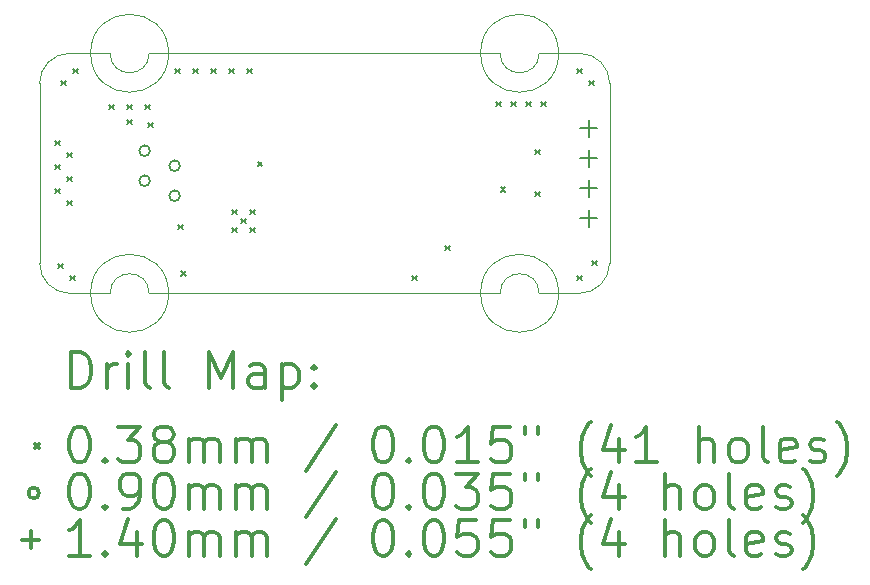
<source format=gbr>
%FSLAX45Y45*%
G04 Gerber Fmt 4.5, Leading zero omitted, Abs format (unit mm)*
G04 Created by KiCad (PCBNEW 4.0.2+dfsg1-stable) date Tue 12 Jul 2016 10:09:25 PM EDT*
%MOMM*%
G01*
G04 APERTURE LIST*
%ADD10C,0.127000*%
%ADD11C,0.100000*%
%ADD12C,0.200000*%
%ADD13C,0.300000*%
G04 APERTURE END LIST*
D10*
D11*
X11772900Y-10668000D02*
X11430000Y-10668000D01*
X15074900Y-10668000D02*
X12103100Y-10668000D01*
X15748000Y-10668000D02*
X15405100Y-10668000D01*
X15405100Y-12700000D02*
X15748000Y-12700000D01*
X12103100Y-12700000D02*
X15074900Y-12700000D01*
X11430000Y-12700000D02*
X11772900Y-12700000D01*
X12268200Y-12700000D02*
G75*
G03X12268200Y-12700000I-330200J0D01*
G01*
X15570200Y-12700000D02*
G75*
G03X15570200Y-12700000I-330200J0D01*
G01*
X15570200Y-10668000D02*
G75*
G03X15570200Y-10668000I-330200J0D01*
G01*
X12268200Y-10668000D02*
G75*
G03X12268200Y-10668000I-330200J0D01*
G01*
X15405100Y-12700000D02*
G75*
G03X15074900Y-12700000I-165100J0D01*
G01*
X12103100Y-12700000D02*
G75*
G03X11772900Y-12700000I-165100J0D01*
G01*
X11772900Y-10668000D02*
G75*
G03X12103100Y-10668000I165100J0D01*
G01*
X15074900Y-10668000D02*
G75*
G03X15405100Y-10668000I165100J0D01*
G01*
X15748000Y-12700000D02*
G75*
G03X16002000Y-12446000I0J254000D01*
G01*
X16002000Y-10922000D02*
G75*
G03X15748000Y-10668000I-254000J0D01*
G01*
X16002000Y-10922000D02*
X16002000Y-12446000D01*
X11176000Y-12446000D02*
G75*
G03X11430000Y-12700000I254000J0D01*
G01*
X11430000Y-10668000D02*
G75*
G03X11176000Y-10922000I0J-254000D01*
G01*
X11176000Y-10922000D02*
X11176000Y-12446000D01*
D12*
X11309350Y-11410950D02*
X11347450Y-11449050D01*
X11347450Y-11410950D02*
X11309350Y-11449050D01*
X11309350Y-11614150D02*
X11347450Y-11652250D01*
X11347450Y-11614150D02*
X11309350Y-11652250D01*
X11309350Y-11817350D02*
X11347450Y-11855450D01*
X11347450Y-11817350D02*
X11309350Y-11855450D01*
X11334750Y-12452350D02*
X11372850Y-12490450D01*
X11372850Y-12452350D02*
X11334750Y-12490450D01*
X11360150Y-10902950D02*
X11398250Y-10941050D01*
X11398250Y-10902950D02*
X11360150Y-10941050D01*
X11410950Y-11512550D02*
X11449050Y-11550650D01*
X11449050Y-11512550D02*
X11410950Y-11550650D01*
X11410950Y-11715750D02*
X11449050Y-11753850D01*
X11449050Y-11715750D02*
X11410950Y-11753850D01*
X11410950Y-11918950D02*
X11449050Y-11957050D01*
X11449050Y-11918950D02*
X11410950Y-11957050D01*
X11436350Y-12553950D02*
X11474450Y-12592050D01*
X11474450Y-12553950D02*
X11436350Y-12592050D01*
X11461750Y-10801350D02*
X11499850Y-10839450D01*
X11499850Y-10801350D02*
X11461750Y-10839450D01*
X11766550Y-11106150D02*
X11804650Y-11144250D01*
X11804650Y-11106150D02*
X11766550Y-11144250D01*
X11918950Y-11106150D02*
X11957050Y-11144250D01*
X11957050Y-11106150D02*
X11918950Y-11144250D01*
X11918950Y-11233150D02*
X11957050Y-11271250D01*
X11957050Y-11233150D02*
X11918950Y-11271250D01*
X12071350Y-11106150D02*
X12109450Y-11144250D01*
X12109450Y-11106150D02*
X12071350Y-11144250D01*
X12096750Y-11258550D02*
X12134850Y-11296650D01*
X12134850Y-11258550D02*
X12096750Y-11296650D01*
X12325350Y-10801350D02*
X12363450Y-10839450D01*
X12363450Y-10801350D02*
X12325350Y-10839450D01*
X12350750Y-12122150D02*
X12388850Y-12160250D01*
X12388850Y-12122150D02*
X12350750Y-12160250D01*
X12376150Y-12515850D02*
X12414250Y-12553950D01*
X12414250Y-12515850D02*
X12376150Y-12553950D01*
X12477750Y-10801350D02*
X12515850Y-10839450D01*
X12515850Y-10801350D02*
X12477750Y-10839450D01*
X12630150Y-10801350D02*
X12668250Y-10839450D01*
X12668250Y-10801350D02*
X12630150Y-10839450D01*
X12782550Y-10801350D02*
X12820650Y-10839450D01*
X12820650Y-10801350D02*
X12782550Y-10839450D01*
X12807950Y-11995150D02*
X12846050Y-12033250D01*
X12846050Y-11995150D02*
X12807950Y-12033250D01*
X12807950Y-12147550D02*
X12846050Y-12185650D01*
X12846050Y-12147550D02*
X12807950Y-12185650D01*
X12884150Y-12071350D02*
X12922250Y-12109450D01*
X12922250Y-12071350D02*
X12884150Y-12109450D01*
X12934950Y-10801350D02*
X12973050Y-10839450D01*
X12973050Y-10801350D02*
X12934950Y-10839450D01*
X12960350Y-11995150D02*
X12998450Y-12033250D01*
X12998450Y-11995150D02*
X12960350Y-12033250D01*
X12960350Y-12147550D02*
X12998450Y-12185650D01*
X12998450Y-12147550D02*
X12960350Y-12185650D01*
X13023850Y-11588750D02*
X13061950Y-11626850D01*
X13061950Y-11588750D02*
X13023850Y-11626850D01*
X14331950Y-12553950D02*
X14370050Y-12592050D01*
X14370050Y-12553950D02*
X14331950Y-12592050D01*
X14611350Y-12299950D02*
X14649450Y-12338050D01*
X14649450Y-12299950D02*
X14611350Y-12338050D01*
X15043150Y-11080750D02*
X15081250Y-11118850D01*
X15081250Y-11080750D02*
X15043150Y-11118850D01*
X15081250Y-11804650D02*
X15119350Y-11842750D01*
X15119350Y-11804650D02*
X15081250Y-11842750D01*
X15170150Y-11080750D02*
X15208250Y-11118850D01*
X15208250Y-11080750D02*
X15170150Y-11118850D01*
X15297150Y-11080750D02*
X15335250Y-11118850D01*
X15335250Y-11080750D02*
X15297150Y-11118850D01*
X15373350Y-11487150D02*
X15411450Y-11525250D01*
X15411450Y-11487150D02*
X15373350Y-11525250D01*
X15373350Y-11842750D02*
X15411450Y-11880850D01*
X15411450Y-11842750D02*
X15373350Y-11880850D01*
X15424150Y-11080750D02*
X15462250Y-11118850D01*
X15462250Y-11080750D02*
X15424150Y-11118850D01*
X15728950Y-10801350D02*
X15767050Y-10839450D01*
X15767050Y-10801350D02*
X15728950Y-10839450D01*
X15728950Y-12553950D02*
X15767050Y-12592050D01*
X15767050Y-12553950D02*
X15728950Y-12592050D01*
X15830550Y-10902950D02*
X15868650Y-10941050D01*
X15868650Y-10902950D02*
X15830550Y-10941050D01*
X15855950Y-12426950D02*
X15894050Y-12465050D01*
X15894050Y-12426950D02*
X15855950Y-12465050D01*
X12110000Y-11493500D02*
G75*
G03X12110000Y-11493500I-45000J0D01*
G01*
X12110000Y-11747500D02*
G75*
G03X12110000Y-11747500I-45000J0D01*
G01*
X12364000Y-11620500D02*
G75*
G03X12364000Y-11620500I-45000J0D01*
G01*
X12364000Y-11874500D02*
G75*
G03X12364000Y-11874500I-45000J0D01*
G01*
X15824200Y-11233000D02*
X15824200Y-11373000D01*
X15754200Y-11303000D02*
X15894200Y-11303000D01*
X15824200Y-11487000D02*
X15824200Y-11627000D01*
X15754200Y-11557000D02*
X15894200Y-11557000D01*
X15824200Y-11741000D02*
X15824200Y-11881000D01*
X15754200Y-11811000D02*
X15894200Y-11811000D01*
X15824200Y-11995000D02*
X15824200Y-12135000D01*
X15754200Y-12065000D02*
X15894200Y-12065000D01*
D13*
X11442428Y-13500914D02*
X11442428Y-13200914D01*
X11513857Y-13200914D01*
X11556714Y-13215200D01*
X11585286Y-13243771D01*
X11599571Y-13272343D01*
X11613857Y-13329486D01*
X11613857Y-13372343D01*
X11599571Y-13429486D01*
X11585286Y-13458057D01*
X11556714Y-13486629D01*
X11513857Y-13500914D01*
X11442428Y-13500914D01*
X11742428Y-13500914D02*
X11742428Y-13300914D01*
X11742428Y-13358057D02*
X11756714Y-13329486D01*
X11771000Y-13315200D01*
X11799571Y-13300914D01*
X11828143Y-13300914D01*
X11928143Y-13500914D02*
X11928143Y-13300914D01*
X11928143Y-13200914D02*
X11913857Y-13215200D01*
X11928143Y-13229486D01*
X11942428Y-13215200D01*
X11928143Y-13200914D01*
X11928143Y-13229486D01*
X12113857Y-13500914D02*
X12085286Y-13486629D01*
X12071000Y-13458057D01*
X12071000Y-13200914D01*
X12271000Y-13500914D02*
X12242428Y-13486629D01*
X12228143Y-13458057D01*
X12228143Y-13200914D01*
X12613857Y-13500914D02*
X12613857Y-13200914D01*
X12713857Y-13415200D01*
X12813857Y-13200914D01*
X12813857Y-13500914D01*
X13085286Y-13500914D02*
X13085286Y-13343771D01*
X13071000Y-13315200D01*
X13042428Y-13300914D01*
X12985286Y-13300914D01*
X12956714Y-13315200D01*
X13085286Y-13486629D02*
X13056714Y-13500914D01*
X12985286Y-13500914D01*
X12956714Y-13486629D01*
X12942428Y-13458057D01*
X12942428Y-13429486D01*
X12956714Y-13400914D01*
X12985286Y-13386629D01*
X13056714Y-13386629D01*
X13085286Y-13372343D01*
X13228143Y-13300914D02*
X13228143Y-13600914D01*
X13228143Y-13315200D02*
X13256714Y-13300914D01*
X13313857Y-13300914D01*
X13342428Y-13315200D01*
X13356714Y-13329486D01*
X13371000Y-13358057D01*
X13371000Y-13443771D01*
X13356714Y-13472343D01*
X13342428Y-13486629D01*
X13313857Y-13500914D01*
X13256714Y-13500914D01*
X13228143Y-13486629D01*
X13499571Y-13472343D02*
X13513857Y-13486629D01*
X13499571Y-13500914D01*
X13485286Y-13486629D01*
X13499571Y-13472343D01*
X13499571Y-13500914D01*
X13499571Y-13315200D02*
X13513857Y-13329486D01*
X13499571Y-13343771D01*
X13485286Y-13329486D01*
X13499571Y-13315200D01*
X13499571Y-13343771D01*
X11132900Y-13976150D02*
X11171000Y-14014250D01*
X11171000Y-13976150D02*
X11132900Y-14014250D01*
X11499571Y-13830914D02*
X11528143Y-13830914D01*
X11556714Y-13845200D01*
X11571000Y-13859486D01*
X11585286Y-13888057D01*
X11599571Y-13945200D01*
X11599571Y-14016629D01*
X11585286Y-14073771D01*
X11571000Y-14102343D01*
X11556714Y-14116629D01*
X11528143Y-14130914D01*
X11499571Y-14130914D01*
X11471000Y-14116629D01*
X11456714Y-14102343D01*
X11442428Y-14073771D01*
X11428143Y-14016629D01*
X11428143Y-13945200D01*
X11442428Y-13888057D01*
X11456714Y-13859486D01*
X11471000Y-13845200D01*
X11499571Y-13830914D01*
X11728143Y-14102343D02*
X11742428Y-14116629D01*
X11728143Y-14130914D01*
X11713857Y-14116629D01*
X11728143Y-14102343D01*
X11728143Y-14130914D01*
X11842428Y-13830914D02*
X12028143Y-13830914D01*
X11928143Y-13945200D01*
X11971000Y-13945200D01*
X11999571Y-13959486D01*
X12013857Y-13973771D01*
X12028143Y-14002343D01*
X12028143Y-14073771D01*
X12013857Y-14102343D01*
X11999571Y-14116629D01*
X11971000Y-14130914D01*
X11885286Y-14130914D01*
X11856714Y-14116629D01*
X11842428Y-14102343D01*
X12199571Y-13959486D02*
X12171000Y-13945200D01*
X12156714Y-13930914D01*
X12142428Y-13902343D01*
X12142428Y-13888057D01*
X12156714Y-13859486D01*
X12171000Y-13845200D01*
X12199571Y-13830914D01*
X12256714Y-13830914D01*
X12285286Y-13845200D01*
X12299571Y-13859486D01*
X12313857Y-13888057D01*
X12313857Y-13902343D01*
X12299571Y-13930914D01*
X12285286Y-13945200D01*
X12256714Y-13959486D01*
X12199571Y-13959486D01*
X12171000Y-13973771D01*
X12156714Y-13988057D01*
X12142428Y-14016629D01*
X12142428Y-14073771D01*
X12156714Y-14102343D01*
X12171000Y-14116629D01*
X12199571Y-14130914D01*
X12256714Y-14130914D01*
X12285286Y-14116629D01*
X12299571Y-14102343D01*
X12313857Y-14073771D01*
X12313857Y-14016629D01*
X12299571Y-13988057D01*
X12285286Y-13973771D01*
X12256714Y-13959486D01*
X12442428Y-14130914D02*
X12442428Y-13930914D01*
X12442428Y-13959486D02*
X12456714Y-13945200D01*
X12485286Y-13930914D01*
X12528143Y-13930914D01*
X12556714Y-13945200D01*
X12571000Y-13973771D01*
X12571000Y-14130914D01*
X12571000Y-13973771D02*
X12585286Y-13945200D01*
X12613857Y-13930914D01*
X12656714Y-13930914D01*
X12685286Y-13945200D01*
X12699571Y-13973771D01*
X12699571Y-14130914D01*
X12842428Y-14130914D02*
X12842428Y-13930914D01*
X12842428Y-13959486D02*
X12856714Y-13945200D01*
X12885286Y-13930914D01*
X12928143Y-13930914D01*
X12956714Y-13945200D01*
X12971000Y-13973771D01*
X12971000Y-14130914D01*
X12971000Y-13973771D02*
X12985286Y-13945200D01*
X13013857Y-13930914D01*
X13056714Y-13930914D01*
X13085286Y-13945200D01*
X13099571Y-13973771D01*
X13099571Y-14130914D01*
X13685286Y-13816629D02*
X13428143Y-14202343D01*
X14071000Y-13830914D02*
X14099571Y-13830914D01*
X14128143Y-13845200D01*
X14142428Y-13859486D01*
X14156714Y-13888057D01*
X14171000Y-13945200D01*
X14171000Y-14016629D01*
X14156714Y-14073771D01*
X14142428Y-14102343D01*
X14128143Y-14116629D01*
X14099571Y-14130914D01*
X14071000Y-14130914D01*
X14042428Y-14116629D01*
X14028143Y-14102343D01*
X14013857Y-14073771D01*
X13999571Y-14016629D01*
X13999571Y-13945200D01*
X14013857Y-13888057D01*
X14028143Y-13859486D01*
X14042428Y-13845200D01*
X14071000Y-13830914D01*
X14299571Y-14102343D02*
X14313857Y-14116629D01*
X14299571Y-14130914D01*
X14285286Y-14116629D01*
X14299571Y-14102343D01*
X14299571Y-14130914D01*
X14499571Y-13830914D02*
X14528143Y-13830914D01*
X14556714Y-13845200D01*
X14571000Y-13859486D01*
X14585285Y-13888057D01*
X14599571Y-13945200D01*
X14599571Y-14016629D01*
X14585285Y-14073771D01*
X14571000Y-14102343D01*
X14556714Y-14116629D01*
X14528143Y-14130914D01*
X14499571Y-14130914D01*
X14471000Y-14116629D01*
X14456714Y-14102343D01*
X14442428Y-14073771D01*
X14428143Y-14016629D01*
X14428143Y-13945200D01*
X14442428Y-13888057D01*
X14456714Y-13859486D01*
X14471000Y-13845200D01*
X14499571Y-13830914D01*
X14885285Y-14130914D02*
X14713857Y-14130914D01*
X14799571Y-14130914D02*
X14799571Y-13830914D01*
X14771000Y-13873771D01*
X14742428Y-13902343D01*
X14713857Y-13916629D01*
X15156714Y-13830914D02*
X15013857Y-13830914D01*
X14999571Y-13973771D01*
X15013857Y-13959486D01*
X15042428Y-13945200D01*
X15113857Y-13945200D01*
X15142428Y-13959486D01*
X15156714Y-13973771D01*
X15171000Y-14002343D01*
X15171000Y-14073771D01*
X15156714Y-14102343D01*
X15142428Y-14116629D01*
X15113857Y-14130914D01*
X15042428Y-14130914D01*
X15013857Y-14116629D01*
X14999571Y-14102343D01*
X15285286Y-13830914D02*
X15285286Y-13888057D01*
X15399571Y-13830914D02*
X15399571Y-13888057D01*
X15842428Y-14245200D02*
X15828143Y-14230914D01*
X15799571Y-14188057D01*
X15785285Y-14159486D01*
X15771000Y-14116629D01*
X15756714Y-14045200D01*
X15756714Y-13988057D01*
X15771000Y-13916629D01*
X15785285Y-13873771D01*
X15799571Y-13845200D01*
X15828143Y-13802343D01*
X15842428Y-13788057D01*
X16085285Y-13930914D02*
X16085285Y-14130914D01*
X16013857Y-13816629D02*
X15942428Y-14030914D01*
X16128143Y-14030914D01*
X16399571Y-14130914D02*
X16228143Y-14130914D01*
X16313857Y-14130914D02*
X16313857Y-13830914D01*
X16285285Y-13873771D01*
X16256714Y-13902343D01*
X16228143Y-13916629D01*
X16756714Y-14130914D02*
X16756714Y-13830914D01*
X16885286Y-14130914D02*
X16885286Y-13973771D01*
X16871000Y-13945200D01*
X16842428Y-13930914D01*
X16799571Y-13930914D01*
X16771000Y-13945200D01*
X16756714Y-13959486D01*
X17071000Y-14130914D02*
X17042428Y-14116629D01*
X17028143Y-14102343D01*
X17013857Y-14073771D01*
X17013857Y-13988057D01*
X17028143Y-13959486D01*
X17042428Y-13945200D01*
X17071000Y-13930914D01*
X17113857Y-13930914D01*
X17142428Y-13945200D01*
X17156714Y-13959486D01*
X17171000Y-13988057D01*
X17171000Y-14073771D01*
X17156714Y-14102343D01*
X17142428Y-14116629D01*
X17113857Y-14130914D01*
X17071000Y-14130914D01*
X17342428Y-14130914D02*
X17313857Y-14116629D01*
X17299571Y-14088057D01*
X17299571Y-13830914D01*
X17571000Y-14116629D02*
X17542429Y-14130914D01*
X17485286Y-14130914D01*
X17456714Y-14116629D01*
X17442429Y-14088057D01*
X17442429Y-13973771D01*
X17456714Y-13945200D01*
X17485286Y-13930914D01*
X17542429Y-13930914D01*
X17571000Y-13945200D01*
X17585286Y-13973771D01*
X17585286Y-14002343D01*
X17442429Y-14030914D01*
X17699571Y-14116629D02*
X17728143Y-14130914D01*
X17785286Y-14130914D01*
X17813857Y-14116629D01*
X17828143Y-14088057D01*
X17828143Y-14073771D01*
X17813857Y-14045200D01*
X17785286Y-14030914D01*
X17742429Y-14030914D01*
X17713857Y-14016629D01*
X17699571Y-13988057D01*
X17699571Y-13973771D01*
X17713857Y-13945200D01*
X17742429Y-13930914D01*
X17785286Y-13930914D01*
X17813857Y-13945200D01*
X17928143Y-14245200D02*
X17942429Y-14230914D01*
X17971000Y-14188057D01*
X17985286Y-14159486D01*
X17999571Y-14116629D01*
X18013857Y-14045200D01*
X18013857Y-13988057D01*
X17999571Y-13916629D01*
X17985286Y-13873771D01*
X17971000Y-13845200D01*
X17942429Y-13802343D01*
X17928143Y-13788057D01*
X11171000Y-14391200D02*
G75*
G03X11171000Y-14391200I-45000J0D01*
G01*
X11499571Y-14226914D02*
X11528143Y-14226914D01*
X11556714Y-14241200D01*
X11571000Y-14255486D01*
X11585286Y-14284057D01*
X11599571Y-14341200D01*
X11599571Y-14412629D01*
X11585286Y-14469771D01*
X11571000Y-14498343D01*
X11556714Y-14512629D01*
X11528143Y-14526914D01*
X11499571Y-14526914D01*
X11471000Y-14512629D01*
X11456714Y-14498343D01*
X11442428Y-14469771D01*
X11428143Y-14412629D01*
X11428143Y-14341200D01*
X11442428Y-14284057D01*
X11456714Y-14255486D01*
X11471000Y-14241200D01*
X11499571Y-14226914D01*
X11728143Y-14498343D02*
X11742428Y-14512629D01*
X11728143Y-14526914D01*
X11713857Y-14512629D01*
X11728143Y-14498343D01*
X11728143Y-14526914D01*
X11885286Y-14526914D02*
X11942428Y-14526914D01*
X11971000Y-14512629D01*
X11985286Y-14498343D01*
X12013857Y-14455486D01*
X12028143Y-14398343D01*
X12028143Y-14284057D01*
X12013857Y-14255486D01*
X11999571Y-14241200D01*
X11971000Y-14226914D01*
X11913857Y-14226914D01*
X11885286Y-14241200D01*
X11871000Y-14255486D01*
X11856714Y-14284057D01*
X11856714Y-14355486D01*
X11871000Y-14384057D01*
X11885286Y-14398343D01*
X11913857Y-14412629D01*
X11971000Y-14412629D01*
X11999571Y-14398343D01*
X12013857Y-14384057D01*
X12028143Y-14355486D01*
X12213857Y-14226914D02*
X12242428Y-14226914D01*
X12271000Y-14241200D01*
X12285286Y-14255486D01*
X12299571Y-14284057D01*
X12313857Y-14341200D01*
X12313857Y-14412629D01*
X12299571Y-14469771D01*
X12285286Y-14498343D01*
X12271000Y-14512629D01*
X12242428Y-14526914D01*
X12213857Y-14526914D01*
X12185286Y-14512629D01*
X12171000Y-14498343D01*
X12156714Y-14469771D01*
X12142428Y-14412629D01*
X12142428Y-14341200D01*
X12156714Y-14284057D01*
X12171000Y-14255486D01*
X12185286Y-14241200D01*
X12213857Y-14226914D01*
X12442428Y-14526914D02*
X12442428Y-14326914D01*
X12442428Y-14355486D02*
X12456714Y-14341200D01*
X12485286Y-14326914D01*
X12528143Y-14326914D01*
X12556714Y-14341200D01*
X12571000Y-14369771D01*
X12571000Y-14526914D01*
X12571000Y-14369771D02*
X12585286Y-14341200D01*
X12613857Y-14326914D01*
X12656714Y-14326914D01*
X12685286Y-14341200D01*
X12699571Y-14369771D01*
X12699571Y-14526914D01*
X12842428Y-14526914D02*
X12842428Y-14326914D01*
X12842428Y-14355486D02*
X12856714Y-14341200D01*
X12885286Y-14326914D01*
X12928143Y-14326914D01*
X12956714Y-14341200D01*
X12971000Y-14369771D01*
X12971000Y-14526914D01*
X12971000Y-14369771D02*
X12985286Y-14341200D01*
X13013857Y-14326914D01*
X13056714Y-14326914D01*
X13085286Y-14341200D01*
X13099571Y-14369771D01*
X13099571Y-14526914D01*
X13685286Y-14212629D02*
X13428143Y-14598343D01*
X14071000Y-14226914D02*
X14099571Y-14226914D01*
X14128143Y-14241200D01*
X14142428Y-14255486D01*
X14156714Y-14284057D01*
X14171000Y-14341200D01*
X14171000Y-14412629D01*
X14156714Y-14469771D01*
X14142428Y-14498343D01*
X14128143Y-14512629D01*
X14099571Y-14526914D01*
X14071000Y-14526914D01*
X14042428Y-14512629D01*
X14028143Y-14498343D01*
X14013857Y-14469771D01*
X13999571Y-14412629D01*
X13999571Y-14341200D01*
X14013857Y-14284057D01*
X14028143Y-14255486D01*
X14042428Y-14241200D01*
X14071000Y-14226914D01*
X14299571Y-14498343D02*
X14313857Y-14512629D01*
X14299571Y-14526914D01*
X14285286Y-14512629D01*
X14299571Y-14498343D01*
X14299571Y-14526914D01*
X14499571Y-14226914D02*
X14528143Y-14226914D01*
X14556714Y-14241200D01*
X14571000Y-14255486D01*
X14585285Y-14284057D01*
X14599571Y-14341200D01*
X14599571Y-14412629D01*
X14585285Y-14469771D01*
X14571000Y-14498343D01*
X14556714Y-14512629D01*
X14528143Y-14526914D01*
X14499571Y-14526914D01*
X14471000Y-14512629D01*
X14456714Y-14498343D01*
X14442428Y-14469771D01*
X14428143Y-14412629D01*
X14428143Y-14341200D01*
X14442428Y-14284057D01*
X14456714Y-14255486D01*
X14471000Y-14241200D01*
X14499571Y-14226914D01*
X14699571Y-14226914D02*
X14885285Y-14226914D01*
X14785285Y-14341200D01*
X14828143Y-14341200D01*
X14856714Y-14355486D01*
X14871000Y-14369771D01*
X14885285Y-14398343D01*
X14885285Y-14469771D01*
X14871000Y-14498343D01*
X14856714Y-14512629D01*
X14828143Y-14526914D01*
X14742428Y-14526914D01*
X14713857Y-14512629D01*
X14699571Y-14498343D01*
X15156714Y-14226914D02*
X15013857Y-14226914D01*
X14999571Y-14369771D01*
X15013857Y-14355486D01*
X15042428Y-14341200D01*
X15113857Y-14341200D01*
X15142428Y-14355486D01*
X15156714Y-14369771D01*
X15171000Y-14398343D01*
X15171000Y-14469771D01*
X15156714Y-14498343D01*
X15142428Y-14512629D01*
X15113857Y-14526914D01*
X15042428Y-14526914D01*
X15013857Y-14512629D01*
X14999571Y-14498343D01*
X15285286Y-14226914D02*
X15285286Y-14284057D01*
X15399571Y-14226914D02*
X15399571Y-14284057D01*
X15842428Y-14641200D02*
X15828143Y-14626914D01*
X15799571Y-14584057D01*
X15785285Y-14555486D01*
X15771000Y-14512629D01*
X15756714Y-14441200D01*
X15756714Y-14384057D01*
X15771000Y-14312629D01*
X15785285Y-14269771D01*
X15799571Y-14241200D01*
X15828143Y-14198343D01*
X15842428Y-14184057D01*
X16085285Y-14326914D02*
X16085285Y-14526914D01*
X16013857Y-14212629D02*
X15942428Y-14426914D01*
X16128143Y-14426914D01*
X16471000Y-14526914D02*
X16471000Y-14226914D01*
X16599571Y-14526914D02*
X16599571Y-14369771D01*
X16585285Y-14341200D01*
X16556714Y-14326914D01*
X16513857Y-14326914D01*
X16485285Y-14341200D01*
X16471000Y-14355486D01*
X16785286Y-14526914D02*
X16756714Y-14512629D01*
X16742428Y-14498343D01*
X16728143Y-14469771D01*
X16728143Y-14384057D01*
X16742428Y-14355486D01*
X16756714Y-14341200D01*
X16785286Y-14326914D01*
X16828143Y-14326914D01*
X16856714Y-14341200D01*
X16871000Y-14355486D01*
X16885286Y-14384057D01*
X16885286Y-14469771D01*
X16871000Y-14498343D01*
X16856714Y-14512629D01*
X16828143Y-14526914D01*
X16785286Y-14526914D01*
X17056714Y-14526914D02*
X17028143Y-14512629D01*
X17013857Y-14484057D01*
X17013857Y-14226914D01*
X17285286Y-14512629D02*
X17256714Y-14526914D01*
X17199571Y-14526914D01*
X17171000Y-14512629D01*
X17156714Y-14484057D01*
X17156714Y-14369771D01*
X17171000Y-14341200D01*
X17199571Y-14326914D01*
X17256714Y-14326914D01*
X17285286Y-14341200D01*
X17299571Y-14369771D01*
X17299571Y-14398343D01*
X17156714Y-14426914D01*
X17413857Y-14512629D02*
X17442429Y-14526914D01*
X17499571Y-14526914D01*
X17528143Y-14512629D01*
X17542429Y-14484057D01*
X17542429Y-14469771D01*
X17528143Y-14441200D01*
X17499571Y-14426914D01*
X17456714Y-14426914D01*
X17428143Y-14412629D01*
X17413857Y-14384057D01*
X17413857Y-14369771D01*
X17428143Y-14341200D01*
X17456714Y-14326914D01*
X17499571Y-14326914D01*
X17528143Y-14341200D01*
X17642428Y-14641200D02*
X17656714Y-14626914D01*
X17685286Y-14584057D01*
X17699571Y-14555486D01*
X17713857Y-14512629D01*
X17728143Y-14441200D01*
X17728143Y-14384057D01*
X17713857Y-14312629D01*
X17699571Y-14269771D01*
X17685286Y-14241200D01*
X17656714Y-14198343D01*
X17642428Y-14184057D01*
X11101000Y-14717200D02*
X11101000Y-14857200D01*
X11031000Y-14787200D02*
X11171000Y-14787200D01*
X11599571Y-14922914D02*
X11428143Y-14922914D01*
X11513857Y-14922914D02*
X11513857Y-14622914D01*
X11485286Y-14665771D01*
X11456714Y-14694343D01*
X11428143Y-14708629D01*
X11728143Y-14894343D02*
X11742428Y-14908629D01*
X11728143Y-14922914D01*
X11713857Y-14908629D01*
X11728143Y-14894343D01*
X11728143Y-14922914D01*
X11999571Y-14722914D02*
X11999571Y-14922914D01*
X11928143Y-14608629D02*
X11856714Y-14822914D01*
X12042428Y-14822914D01*
X12213857Y-14622914D02*
X12242428Y-14622914D01*
X12271000Y-14637200D01*
X12285286Y-14651486D01*
X12299571Y-14680057D01*
X12313857Y-14737200D01*
X12313857Y-14808629D01*
X12299571Y-14865771D01*
X12285286Y-14894343D01*
X12271000Y-14908629D01*
X12242428Y-14922914D01*
X12213857Y-14922914D01*
X12185286Y-14908629D01*
X12171000Y-14894343D01*
X12156714Y-14865771D01*
X12142428Y-14808629D01*
X12142428Y-14737200D01*
X12156714Y-14680057D01*
X12171000Y-14651486D01*
X12185286Y-14637200D01*
X12213857Y-14622914D01*
X12442428Y-14922914D02*
X12442428Y-14722914D01*
X12442428Y-14751486D02*
X12456714Y-14737200D01*
X12485286Y-14722914D01*
X12528143Y-14722914D01*
X12556714Y-14737200D01*
X12571000Y-14765771D01*
X12571000Y-14922914D01*
X12571000Y-14765771D02*
X12585286Y-14737200D01*
X12613857Y-14722914D01*
X12656714Y-14722914D01*
X12685286Y-14737200D01*
X12699571Y-14765771D01*
X12699571Y-14922914D01*
X12842428Y-14922914D02*
X12842428Y-14722914D01*
X12842428Y-14751486D02*
X12856714Y-14737200D01*
X12885286Y-14722914D01*
X12928143Y-14722914D01*
X12956714Y-14737200D01*
X12971000Y-14765771D01*
X12971000Y-14922914D01*
X12971000Y-14765771D02*
X12985286Y-14737200D01*
X13013857Y-14722914D01*
X13056714Y-14722914D01*
X13085286Y-14737200D01*
X13099571Y-14765771D01*
X13099571Y-14922914D01*
X13685286Y-14608629D02*
X13428143Y-14994343D01*
X14071000Y-14622914D02*
X14099571Y-14622914D01*
X14128143Y-14637200D01*
X14142428Y-14651486D01*
X14156714Y-14680057D01*
X14171000Y-14737200D01*
X14171000Y-14808629D01*
X14156714Y-14865771D01*
X14142428Y-14894343D01*
X14128143Y-14908629D01*
X14099571Y-14922914D01*
X14071000Y-14922914D01*
X14042428Y-14908629D01*
X14028143Y-14894343D01*
X14013857Y-14865771D01*
X13999571Y-14808629D01*
X13999571Y-14737200D01*
X14013857Y-14680057D01*
X14028143Y-14651486D01*
X14042428Y-14637200D01*
X14071000Y-14622914D01*
X14299571Y-14894343D02*
X14313857Y-14908629D01*
X14299571Y-14922914D01*
X14285286Y-14908629D01*
X14299571Y-14894343D01*
X14299571Y-14922914D01*
X14499571Y-14622914D02*
X14528143Y-14622914D01*
X14556714Y-14637200D01*
X14571000Y-14651486D01*
X14585285Y-14680057D01*
X14599571Y-14737200D01*
X14599571Y-14808629D01*
X14585285Y-14865771D01*
X14571000Y-14894343D01*
X14556714Y-14908629D01*
X14528143Y-14922914D01*
X14499571Y-14922914D01*
X14471000Y-14908629D01*
X14456714Y-14894343D01*
X14442428Y-14865771D01*
X14428143Y-14808629D01*
X14428143Y-14737200D01*
X14442428Y-14680057D01*
X14456714Y-14651486D01*
X14471000Y-14637200D01*
X14499571Y-14622914D01*
X14871000Y-14622914D02*
X14728143Y-14622914D01*
X14713857Y-14765771D01*
X14728143Y-14751486D01*
X14756714Y-14737200D01*
X14828143Y-14737200D01*
X14856714Y-14751486D01*
X14871000Y-14765771D01*
X14885285Y-14794343D01*
X14885285Y-14865771D01*
X14871000Y-14894343D01*
X14856714Y-14908629D01*
X14828143Y-14922914D01*
X14756714Y-14922914D01*
X14728143Y-14908629D01*
X14713857Y-14894343D01*
X15156714Y-14622914D02*
X15013857Y-14622914D01*
X14999571Y-14765771D01*
X15013857Y-14751486D01*
X15042428Y-14737200D01*
X15113857Y-14737200D01*
X15142428Y-14751486D01*
X15156714Y-14765771D01*
X15171000Y-14794343D01*
X15171000Y-14865771D01*
X15156714Y-14894343D01*
X15142428Y-14908629D01*
X15113857Y-14922914D01*
X15042428Y-14922914D01*
X15013857Y-14908629D01*
X14999571Y-14894343D01*
X15285286Y-14622914D02*
X15285286Y-14680057D01*
X15399571Y-14622914D02*
X15399571Y-14680057D01*
X15842428Y-15037200D02*
X15828143Y-15022914D01*
X15799571Y-14980057D01*
X15785285Y-14951486D01*
X15771000Y-14908629D01*
X15756714Y-14837200D01*
X15756714Y-14780057D01*
X15771000Y-14708629D01*
X15785285Y-14665771D01*
X15799571Y-14637200D01*
X15828143Y-14594343D01*
X15842428Y-14580057D01*
X16085285Y-14722914D02*
X16085285Y-14922914D01*
X16013857Y-14608629D02*
X15942428Y-14822914D01*
X16128143Y-14822914D01*
X16471000Y-14922914D02*
X16471000Y-14622914D01*
X16599571Y-14922914D02*
X16599571Y-14765771D01*
X16585285Y-14737200D01*
X16556714Y-14722914D01*
X16513857Y-14722914D01*
X16485285Y-14737200D01*
X16471000Y-14751486D01*
X16785286Y-14922914D02*
X16756714Y-14908629D01*
X16742428Y-14894343D01*
X16728143Y-14865771D01*
X16728143Y-14780057D01*
X16742428Y-14751486D01*
X16756714Y-14737200D01*
X16785286Y-14722914D01*
X16828143Y-14722914D01*
X16856714Y-14737200D01*
X16871000Y-14751486D01*
X16885286Y-14780057D01*
X16885286Y-14865771D01*
X16871000Y-14894343D01*
X16856714Y-14908629D01*
X16828143Y-14922914D01*
X16785286Y-14922914D01*
X17056714Y-14922914D02*
X17028143Y-14908629D01*
X17013857Y-14880057D01*
X17013857Y-14622914D01*
X17285286Y-14908629D02*
X17256714Y-14922914D01*
X17199571Y-14922914D01*
X17171000Y-14908629D01*
X17156714Y-14880057D01*
X17156714Y-14765771D01*
X17171000Y-14737200D01*
X17199571Y-14722914D01*
X17256714Y-14722914D01*
X17285286Y-14737200D01*
X17299571Y-14765771D01*
X17299571Y-14794343D01*
X17156714Y-14822914D01*
X17413857Y-14908629D02*
X17442429Y-14922914D01*
X17499571Y-14922914D01*
X17528143Y-14908629D01*
X17542429Y-14880057D01*
X17542429Y-14865771D01*
X17528143Y-14837200D01*
X17499571Y-14822914D01*
X17456714Y-14822914D01*
X17428143Y-14808629D01*
X17413857Y-14780057D01*
X17413857Y-14765771D01*
X17428143Y-14737200D01*
X17456714Y-14722914D01*
X17499571Y-14722914D01*
X17528143Y-14737200D01*
X17642428Y-15037200D02*
X17656714Y-15022914D01*
X17685286Y-14980057D01*
X17699571Y-14951486D01*
X17713857Y-14908629D01*
X17728143Y-14837200D01*
X17728143Y-14780057D01*
X17713857Y-14708629D01*
X17699571Y-14665771D01*
X17685286Y-14637200D01*
X17656714Y-14594343D01*
X17642428Y-14580057D01*
M02*

</source>
